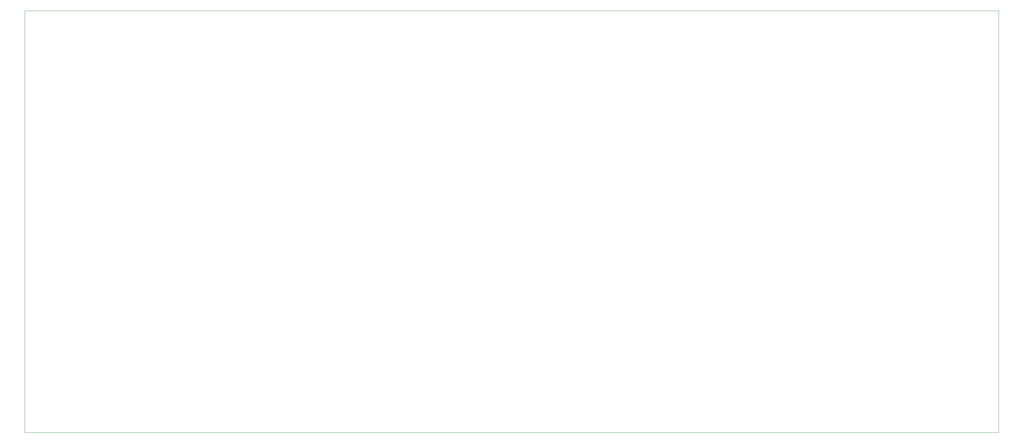
<source format=gbr>
%TF.GenerationSoftware,KiCad,Pcbnew,7.0.9*%
%TF.CreationDate,2023-12-31T11:37:50-06:00*%
%TF.ProjectId,SynthProj,53796e74-6850-4726-9f6a-2e6b69636164,rev?*%
%TF.SameCoordinates,Original*%
%TF.FileFunction,Profile,NP*%
%FSLAX46Y46*%
G04 Gerber Fmt 4.6, Leading zero omitted, Abs format (unit mm)*
G04 Created by KiCad (PCBNEW 7.0.9) date 2023-12-31 11:37:50*
%MOMM*%
%LPD*%
G01*
G04 APERTURE LIST*
%TA.AperFunction,Profile*%
%ADD10C,0.100000*%
%TD*%
G04 APERTURE END LIST*
D10*
X399800000Y-247000000D02*
X145800000Y-247000000D01*
X145800000Y-137000000D02*
X399800000Y-137000000D01*
X145800000Y-247000000D02*
X145800000Y-137000000D01*
X399800000Y-247000000D02*
X399800000Y-137000000D01*
M02*

</source>
